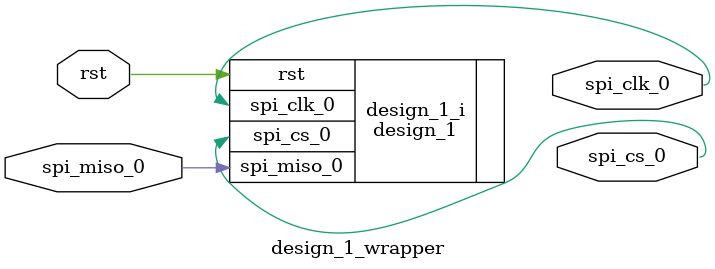
<source format=v>
`timescale 1 ps / 1 ps

module design_1_wrapper
   (rst,
    spi_clk_0,
    spi_cs_0,
    spi_miso_0);
  input rst;
  output spi_clk_0;
  output spi_cs_0;
  input spi_miso_0;

  wire rst;
  wire spi_clk_0;
  wire spi_cs_0;
  wire spi_miso_0;

  design_1 design_1_i
       (.rst(rst),
        .spi_clk_0(spi_clk_0),
        .spi_cs_0(spi_cs_0),
        .spi_miso_0(spi_miso_0));
endmodule

</source>
